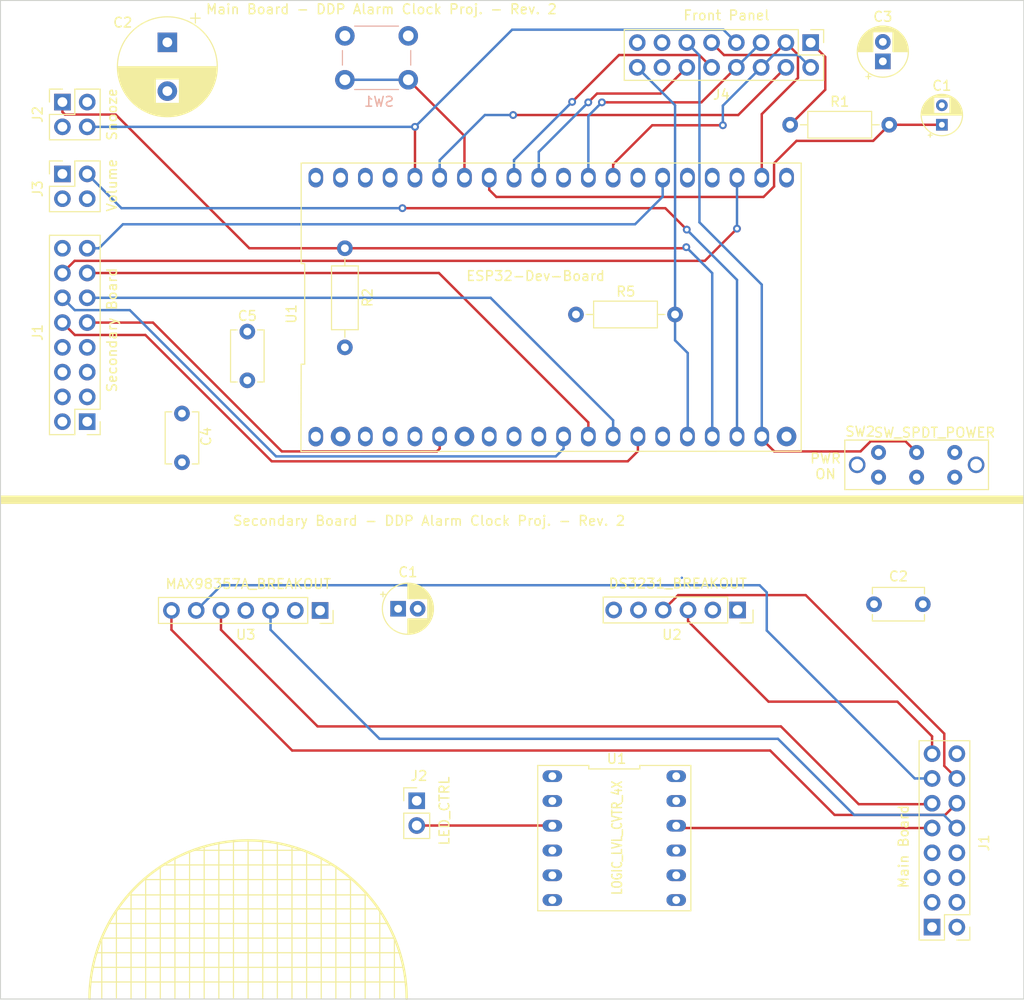
<source format=kicad_pcb>
(kicad_pcb (version 20171130) (host pcbnew "(5.1.5)-3")
  (layers (0 F.Cu signal) (1 PWR power hide) (2 GND power hide) (31 B.Cu signal) (34 B.Paste user) (35 F.Paste user) (36 B.SilkS user) (37 F.SilkS user) (38 B.Mask user) (39 F.Mask user) (44 Edge.Cuts user))
  (net 0 "")
  (net 1 GND)
  (net 2 "Net-(C1-Pad1)")
  (net 3 +5V)
  (net 4 +3V3)
  (net 5 /I2C_SDA)
  (net 6 /I2C_SCL)
  (net 7 /AUDIO_BCLK)
  (net 8 /AUDIO_LRC)
  (net 9 /AUDIO_DIN)
  (net 10 /AUDIO_SD)
  (net 11 /LED_CTRL)
  (net 12 /DIMMING)
  (net 13 /SNOOZE_SWITCH)
  (net 14 /VOLUME_SIG)
  (net 15 /T_IRQ)
  (net 16 /MISO)
  (net 17 /MOSI)
  (net 18 /T_CS)
  (net 19 /SCK)
  (net 20 /DC)
  (net 21 /RESET)
  (net 22 /CS)
  (net 23 /LIGHT_SENSE)
  (net 24 "Net-(SW1-Pad1)")
  (net 25 "Net-(SW2-Pad1)")
  (net 26 "Net-(U1-Pad0)")
  (net 27 "Net-(U1-Pad35)")
  (net 28 "Net-(U1-Pad34)")
  (net 29 "Net-(U1-Pad6)")
  (net 30 "Net-(U1-Pad29)")
  (net 31 "Net-(U1-Pad11)")
  (net 32 "Net-(U1-Pad12)")
  (net 33 "Net-(U1-Pad13)")
  (net 34 "Net-(U1-Pad16)")
  (net 35 "Net-(U1-Pad22)")
  (net 36 "Net-(U1-Pad17)")
  (net 37 "Net-(U1-Pad21)")
  (net 38 "Net-(U1-Pad18)")
  (net 39 "Net-(U1-Pad20)")
  (net 40 /LED_CTRL_5V)
  (net 41 "Net-(U1-Pad7)")
  (net 42 "Net-(U1-Pad5)")
  (net 43 "Net-(U1-Pad8)")
  (net 44 "Net-(U1-Pad4)")
  (net 45 "Net-(U1-Pad9)")
  (net 46 "Net-(U2-Pad6)")
  (net 47 "Net-(U2-Pad5)")
  (net 48 /AUDIO_SD_S)
  (net 49 /LED_CTRL_S)
  (net 50 /AUDIO_LRC_S)
  (net 51 /AUDIO_DIN_S)
  (net 52 /I2C_SCL_S)
  (net 53 /AUDIO_BCLK_S)
  (net 54 /I2C_SDA_S)
  (module Connector_PinSocket_2.54mm:PinSocket_1x07_P2.54mm_Vertical (layer F.Cu) (at 109.22 101.139001 90)
    (fp_text reference U3 (at -2.492999 7.62 180) (layer F.SilkS))
    (fp_text value MAX98357A_BREAKOUT (at 2.714001 7.874 180) (layer F.SilkS))
    (pad 7 thru_hole oval (at 0 0 270) (size 1.7 1.7) (drill 1) (layers *.Cu *.Mask) (net 50 /AUDIO_LRC_S))
    (pad 6 thru_hole oval (at 0 2.54 270) (size 1.7 1.7) (drill 1) (layers *.Cu *.Mask) (net 53 /AUDIO_BCLK_S))
    (pad 5 thru_hole oval (at 0 5.08 270) (size 1.7 1.7) (drill 1) (layers *.Cu *.Mask) (net 51 /AUDIO_DIN_S))
    (pad 4 thru_hole oval (at 0 7.62 270) (size 1.7 1.7) (drill 1) (layers *.Cu *.Mask) (net 4 +3V3))
    (pad 3 thru_hole oval (at 0 10.16 270) (size 1.7 1.7) (drill 1) (layers *.Cu *.Mask) (net 48 /AUDIO_SD_S))
    (pad 2 thru_hole oval (at 0 12.7 270) (size 1.7 1.7) (drill 1) (layers *.Cu *.Mask) (net 1 GND))
    (pad 1 thru_hole rect (at 0 15.24 270) (size 1.7 1.7) (drill 1) (layers *.Cu *.Mask) (net 4 +3V3))
  )
  (module Connector_PinSocket_2.54mm:PinSocket_1x06_P2.54mm_Vertical (layer F.Cu) (at 154.813 101.092 90)
    (fp_text reference U2 (at -2.54 5.715 180) (layer F.SilkS))
    (fp_text value DS3231_BREAKOUT (at 2.714001 6.313999) (layer F.SilkS))
    (pad 6 thru_hole oval (at 0 -0.254 270) (size 1.7 1.7) (drill 1) (layers *.Cu *.Mask) (net 46 "Net-(U2-Pad6)"))
    (pad 5 thru_hole oval (at 0 2.286 270) (size 1.7 1.7) (drill 1) (layers *.Cu *.Mask) (net 47 "Net-(U2-Pad5)"))
    (pad 4 thru_hole oval (at 0 4.826 270) (size 1.7 1.7) (drill 1) (layers *.Cu *.Mask) (net 52 /I2C_SCL_S))
    (pad 3 thru_hole oval (at 0 7.366 270) (size 1.7 1.7) (drill 1) (layers *.Cu *.Mask) (net 54 /I2C_SDA_S))
    (pad 2 thru_hole oval (at 0 9.906 270) (size 1.7 1.7) (drill 1) (layers *.Cu *.Mask) (net 4 +3V3))
    (pad 1 thru_hole rect (at 0 12.446 270) (size 1.7 1.7) (drill 1) (layers *.Cu *.Mask) (net 1 GND))
  )
  (module Connector_PinHeader_2.54mm:PinHeader_2x08_P2.54mm_Vertical (layer F.Cu) (at 100.584 81.788 180)
    (fp_text reference J1 (at 5.08 9.144 90) (layer F.SilkS))
    (fp_text value "Secondary Board" (at -2.54 9.398 90) (layer F.SilkS))
    (pad 16 thru_hole oval (at 2.54 17.78 180) (size 1.7 1.7) (drill 1) (layers *.Cu *.Mask))
    (pad 15 thru_hole oval (at 0 17.78 180) (size 1.7 1.7) (drill 1) (layers *.Cu *.Mask) (net 5 /I2C_SDA))
    (pad 14 thru_hole oval (at 2.54 15.24 180) (size 1.7 1.7) (drill 1) (layers *.Cu *.Mask) (net 6 /I2C_SCL))
    (pad 13 thru_hole oval (at 0 15.24 180) (size 1.7 1.7) (drill 1) (layers *.Cu *.Mask) (net 7 /AUDIO_BCLK))
    (pad 12 thru_hole oval (at 2.54 12.7 180) (size 1.7 1.7) (drill 1) (layers *.Cu *.Mask) (net 8 /AUDIO_LRC))
    (pad 11 thru_hole oval (at 0 12.7 180) (size 1.7 1.7) (drill 1) (layers *.Cu *.Mask) (net 9 /AUDIO_DIN))
    (pad 10 thru_hole oval (at 2.54 10.16 180) (size 1.7 1.7) (drill 1) (layers *.Cu *.Mask) (net 10 /AUDIO_SD))
    (pad 9 thru_hole oval (at 0 10.16 180) (size 1.7 1.7) (drill 1) (layers *.Cu *.Mask) (net 11 /LED_CTRL))
    (pad 8 thru_hole oval (at 2.54 7.62 180) (size 1.7 1.7) (drill 1) (layers *.Cu *.Mask) (net 4 +3V3))
    (pad 7 thru_hole oval (at 0 7.62 180) (size 1.7 1.7) (drill 1) (layers *.Cu *.Mask) (net 4 +3V3))
    (pad 6 thru_hole oval (at 2.54 5.08 180) (size 1.7 1.7) (drill 1) (layers *.Cu *.Mask) (net 1 GND))
    (pad 5 thru_hole oval (at 0 5.08 180) (size 1.7 1.7) (drill 1) (layers *.Cu *.Mask) (net 1 GND))
    (pad 4 thru_hole oval (at 2.54 2.54 180) (size 1.7 1.7) (drill 1) (layers *.Cu *.Mask) (net 3 +5V))
    (pad 3 thru_hole oval (at 0 2.54 180) (size 1.7 1.7) (drill 1) (layers *.Cu *.Mask) (net 3 +5V))
    (pad 2 thru_hole oval (at 2.54 0 180) (size 1.7 1.7) (drill 1) (layers *.Cu *.Mask) (net 1 GND))
    (pad 1 thru_hole rect (at 0 0 180) (size 1.7 1.7) (drill 1) (layers *.Cu *.Mask) (net 1 GND))
  )
  (module AlarmClock:ESP32_DEV_BOARD (layer F.Cu) (at 122.75 55.5)
    (fp_text reference U1 (at -1.23 15.24 90) (layer F.SilkS))
    (fp_text value ESP32-Dev-Board (at 23.8 11.35) (layer F.SilkS))
    (pad 0 thru_hole oval (at 1.27 1.27) (size 1.5 2) (drill 1.02) (layers *.Cu *.Mask) (net 26 "Net-(U1-Pad0)"))
    (pad 0 thru_hole oval (at 1.27 27.82) (size 1.5 2) (drill 1.02) (layers *.Cu *.Mask) (net 26 "Net-(U1-Pad0)"))
    (pad 38 thru_hole oval (at 49.53 1.27 180) (size 1.5 2) (drill 1.02) (layers *.Cu *.Mask) (net 1 GND))
    (pad 1 thru_hole circle (at 49.53 27.806 180) (size 2 2) (drill 1.02) (layers *.Cu *.Mask) (net 4 +3V3))
    (pad 37 thru_hole oval (at 46.99 1.27 180) (size 1.5 2) (drill 1.02) (layers *.Cu *.Mask) (net 17 /MOSI))
    (pad 2 thru_hole oval (at 46.99 27.806 180) (size 1.5 2) (drill 1.02) (layers *.Cu *.Mask) (net 21 /RESET))
    (pad 36 thru_hole oval (at 44.45 1.27 180) (size 1.5 2) (drill 1.02) (layers *.Cu *.Mask) (net 6 /I2C_SCL))
    (pad 3 thru_hole oval (at 44.45 27.806 180) (size 1.5 2) (drill 1.02) (layers *.Cu *.Mask) (net 14 /VOLUME_SIG))
    (pad 35 thru_hole oval (at 41.91 1.27 180) (size 1.5 2) (drill 1.02) (layers *.Cu *.Mask) (net 27 "Net-(U1-Pad35)"))
    (pad 4 thru_hole oval (at 41.91 27.806 180) (size 1.5 2) (drill 1.02) (layers *.Cu *.Mask) (net 13 /SNOOZE_SWITCH))
    (pad 34 thru_hole oval (at 39.37 1.27 180) (size 1.5 2) (drill 1.02) (layers *.Cu *.Mask) (net 28 "Net-(U1-Pad34)"))
    (pad 5 thru_hole oval (at 39.37 27.806 180) (size 1.5 2) (drill 1.02) (layers *.Cu *.Mask) (net 23 /LIGHT_SENSE))
    (pad 33 thru_hole oval (at 36.83 1.27 180) (size 1.5 2) (drill 1.02) (layers *.Cu *.Mask) (net 5 /I2C_SDA))
    (pad 6 thru_hole oval (at 36.83 27.806 180) (size 1.5 2) (drill 1.02) (layers *.Cu *.Mask) (net 29 "Net-(U1-Pad6)"))
    (pad 32 thru_hole oval (at 34.29 1.27 180) (size 1.5 2) (drill 1.02) (layers *.Cu *.Mask) (net 1 GND))
    (pad 7 thru_hole oval (at 34.29 27.806 180) (size 1.5 2) (drill 1.02) (layers *.Cu *.Mask) (net 10 /AUDIO_SD))
    (pad 31 thru_hole oval (at 31.75 1.27 180) (size 1.5 2) (drill 1.02) (layers *.Cu *.Mask) (net 16 /MISO))
    (pad 8 thru_hole oval (at 31.75 27.806 180) (size 1.5 2) (drill 1.02) (layers *.Cu *.Mask) (net 9 /AUDIO_DIN))
    (pad 30 thru_hole oval (at 29.21 1.27 180) (size 1.5 2) (drill 1.02) (layers *.Cu *.Mask) (net 19 /SCK))
    (pad 9 thru_hole oval (at 29.21 27.806 180) (size 1.5 2) (drill 1.02) (layers *.Cu *.Mask) (net 7 /AUDIO_BCLK))
    (pad 29 thru_hole oval (at 26.67 1.27 180) (size 1.5 2) (drill 1.02) (layers *.Cu *.Mask) (net 30 "Net-(U1-Pad29)"))
    (pad 10 thru_hole oval (at 26.67 27.806 180) (size 1.5 2) (drill 1.02) (layers *.Cu *.Mask) (net 8 /AUDIO_LRC))
    (pad 28 thru_hole oval (at 24.13 1.27 180) (size 1.5 2) (drill 1.02) (layers *.Cu *.Mask) (net 22 /CS))
    (pad 11 thru_hole oval (at 24.13 27.806 180) (size 1.5 2) (drill 1.02) (layers *.Cu *.Mask) (net 31 "Net-(U1-Pad11)"))
    (pad 27 thru_hole oval (at 21.59 1.27 180) (size 1.5 2) (drill 1.02) (layers *.Cu *.Mask) (net 20 /DC))
    (pad 12 thru_hole oval (at 21.59 27.806 180) (size 1.5 2) (drill 1.02) (layers *.Cu *.Mask) (net 32 "Net-(U1-Pad12)"))
    (pad 26 thru_hole oval (at 19.05 1.27 180) (size 1.5 2) (drill 1.02) (layers *.Cu *.Mask) (net 2 "Net-(C1-Pad1)"))
    (pad 13 thru_hole oval (at 19.05 27.806 180) (size 1.5 2) (drill 1.02) (layers *.Cu *.Mask) (net 33 "Net-(U1-Pad13)"))
    (pad 25 thru_hole oval (at 16.51 1.27 180) (size 1.5 2) (drill 1.02) (layers *.Cu *.Mask) (net 24 "Net-(SW1-Pad1)"))
    (pad 14 thru_hole circle (at 16.51 27.806 180) (size 2 2) (drill 1.02) (layers *.Cu *.Mask) (net 1 GND))
    (pad 24 thru_hole oval (at 13.97 1.27 180) (size 1.5 2) (drill 1.02) (layers *.Cu *.Mask) (net 18 /T_CS))
    (pad 15 thru_hole oval (at 13.97 27.806 180) (size 1.5 2) (drill 1.02) (layers *.Cu *.Mask) (net 11 /LED_CTRL))
    (pad 23 thru_hole oval (at 11.43 1.27 180) (size 1.5 2) (drill 1.02) (layers *.Cu *.Mask) (net 12 /DIMMING))
    (pad 16 thru_hole oval (at 11.43 27.806 180) (size 1.5 2) (drill 1.02) (layers *.Cu *.Mask) (net 34 "Net-(U1-Pad16)"))
    (pad 22 thru_hole oval (at 8.89 1.27 180) (size 1.5 2) (drill 1.02) (layers *.Cu *.Mask) (net 35 "Net-(U1-Pad22)"))
    (pad 17 thru_hole oval (at 8.89 27.806 180) (size 1.5 2) (drill 1.02) (layers *.Cu *.Mask) (net 36 "Net-(U1-Pad17)"))
    (pad 21 thru_hole oval (at 6.35 1.27 180) (size 1.5 2) (drill 1.02) (layers *.Cu *.Mask) (net 37 "Net-(U1-Pad21)"))
    (pad 18 thru_hole oval (at 6.35 27.806 180) (size 1.5 2) (drill 1.02) (layers *.Cu *.Mask) (net 38 "Net-(U1-Pad18)"))
    (pad 20 thru_hole oval (at 3.81 1.27 180) (size 1.5 2) (drill 1.02) (layers *.Cu *.Mask) (net 39 "Net-(U1-Pad20)"))
    (pad 19 thru_hole circle (at 3.81 27.806 180) (size 2 2) (drill 1.02) (layers *.Cu *.Mask) (net 3 +5V))
  )
  (module MountingHole:MountingHole_2.7mm_M2.5 (layer F.Cu) (at 190.6 93.75)
    (fp_text reference REF** hide)
    (fp_text value MountingHole_2.7mm_M2.5 hide)
    (pad 1 np_thru_hole circle (at 0 0) (size 2.7 2.7) (drill 2.7) (layers *.Cu *.Mask))
  )
  (module MountingHole:MountingHole_2.7mm_M2.5 (layer F.Cu) (at 183.2 137.8)
    (fp_text reference REF** hide)
    (fp_text value MountingHole_2.7mm_M2.5 hide)
    (pad 1 np_thru_hole circle (at 0 0) (size 2.7 2.7) (drill 2.7) (layers *.Cu *.Mask))
  )
  (module MountingHole:MountingHole_2.7mm_M2.5 (layer F.Cu) (at 97.6 137.8)
    (fp_text reference REF** hide)
    (fp_text value MountingHole_2.7mm_M2.5 hide)
    (pad 1 np_thru_hole circle (at 0 0) (size 2.7 2.7) (drill 2.7) (layers *.Cu *.Mask))
  )
  (module MountingHole:MountingHole_2.7mm_M2.5 (layer F.Cu) (at 190.6 41.8)
    (fp_text reference REF** hide)
    (fp_text value MountingHole_2.7mm_M2.5 hide)
    (pad 1 np_thru_hole circle (at 0 0) (size 2.7 2.7) (drill 2.7) (layers *.Cu *.Mask))
  )
  (module MountingHole:MountingHole_2.7mm_M2.5 (layer F.Cu) (at 190.6 79.25)
    (fp_text reference REF** hide)
    (fp_text value MountingHole_2.7mm_M2.5 hide)
    (pad 1 np_thru_hole circle (at 0 0) (size 2.7 2.7) (drill 2.7) (layers *.Cu *.Mask))
  )
  (module MountingHole:MountingHole_2.7mm_M2.5 (layer F.Cu) (at 97.5 93.75)
    (fp_text reference REF** hide)
    (fp_text value MountingHole_2.7mm_M2.5 hide)
    (pad 1 np_thru_hole circle (at 0 0) (size 2.7 2.7) (drill 2.7) (layers *.Cu *.Mask))
  )
  (module MountingHole:MountingHole_2.7mm_M2.5 (layer F.Cu) (at 104.6 85.8)
    (fp_text reference REF** hide)
    (fp_text value MountingHole_2.7mm_M2.5 hide)
    (pad 1 np_thru_hole circle (at 0 0) (size 2.7 2.7) (drill 2.7) (layers *.Cu *.Mask))
  )
  (module MountingHole:MountingHole_2.7mm_M2.5 (layer F.Cu) (at 97.6 41.8)
    (fp_text reference REF** hide)
    (fp_text value MountingHole_2.7mm_M2.5 hide)
    (pad 1 np_thru_hole circle (at 0 0) (size 2.7 2.7) (drill 2.7) (layers *.Cu *.Mask))
  )
  (module AlarmClock:SW_SK22H03_2P2T_RA (layer F.Cu) (at 178.25 88.75)
    (fp_text reference SW2 (at 1.582 -5.946) (layer F.SilkS))
    (fp_text value SW_SPDT_POWER (at 9.202 -5.842) (layer F.SilkS))
    (pad 4 thru_hole circle (at 3.46 -1.27) (size 1.524 1.524) (drill 0.762) (layers *.Cu *.Mask))
    (pad 5 thru_hole circle (at 7.366 -1.27) (size 1.524 1.524) (drill 0.762) (layers *.Cu *.Mask))
    (pad 6 thru_hole circle (at 11.272 -1.27) (size 1.524 1.524) (drill 0.762) (layers *.Cu *.Mask))
    (pad 1 thru_hole circle (at 3.46 -3.81) (size 1.524 1.524) (drill 0.762) (layers *.Cu *.Mask) (net 25 "Net-(SW2-Pad1)"))
    (pad 3 thru_hole circle (at 11.272 -3.81) (size 1.524 1.524) (drill 0.762) (layers *.Cu *.Mask) (net 1 GND))
    (pad 2 thru_hole circle (at 7.366 -3.81) (size 1.524 1.524) (drill 0.762) (layers *.Cu *.Mask) (net 21 /RESET))
    (pad "" np_thru_hole circle (at 1.27 -2.54) (size 1.7 1.7) (drill 1.2) (layers *.Cu *.Mask))
    (pad "" np_thru_hole circle (at 13.462 -2.54) (size 1.7 1.7) (drill 1.2) (layers *.Cu *.Mask))
  )
  (module Button_Switch_THT:SW_PUSH_6mm (layer B.Cu) (at 127 46.736)
    (fp_text reference SW1 (at 3.5 2.25) (layer B.SilkS) (effects (justify mirror)))
    (fp_text value SW_Push_BOOT)
    (pad 1 thru_hole circle (at 6.5 0 270) (size 2 2) (drill 1.1) (layers *.Cu *.Mask) (net 24 "Net-(SW1-Pad1)"))
    (pad 2 thru_hole circle (at 6.5 -4.5 270) (size 2 2) (drill 1.1) (layers *.Cu *.Mask) (net 1 GND))
    (pad 1 thru_hole circle (at 0 0 270) (size 2 2) (drill 1.1) (layers *.Cu *.Mask) (net 24 "Net-(SW1-Pad1)"))
    (pad 2 thru_hole circle (at 0 -4.5 270) (size 2 2) (drill 1.1) (layers *.Cu *.Mask) (net 1 GND))
  )
  (module Resistor_THT:R_Axial_DIN0207_L6.3mm_D2.5mm_P10.16mm_Horizontal (layer F.Cu) (at 127 74.168 90)
    (fp_text reference R2 (at 5.102 2.324 90) (layer F.SilkS))
    (fp_text value 5K)
    (pad 1 thru_hole circle (at 0 0 90) (size 1.6 1.6) (drill 0.8) (layers *.Cu *.Mask) (net 4 +3V3))
    (pad 2 thru_hole oval (at 10.16 0 90) (size 1.6 1.6) (drill 0.8) (layers *.Cu *.Mask) (net 13 /SNOOZE_SWITCH))
  )
  (module Connector_PinHeader_2.54mm:PinHeader_2x02_P2.54mm_Vertical (layer F.Cu) (at 98.044 49.022)
    (fp_text reference J2 (at -2.54 1.27 90) (layer F.SilkS))
    (fp_text value Snooze (at 5.08 1.27 90) (layer F.SilkS))
    (pad 4 thru_hole oval (at 2.54 2.54) (size 1.7 1.7) (drill 1) (layers *.Cu *.Mask) (net 12 /DIMMING))
    (pad 3 thru_hole oval (at 0 2.54) (size 1.7 1.7) (drill 1) (layers *.Cu *.Mask) (net 1 GND))
    (pad 2 thru_hole oval (at 2.54 0) (size 1.7 1.7) (drill 1) (layers *.Cu *.Mask) (net 1 GND))
    (pad 1 thru_hole rect (at 0 0) (size 1.7 1.7) (drill 1) (layers *.Cu *.Mask) (net 13 /SNOOZE_SWITCH))
  )
  (module Capacitor_THT:CP_Radial_D10.0mm_P5.00mm (layer F.Cu) (at 108.8 42.9 270)
    (fp_text reference C2 (at -2.032 4.572 180) (layer F.SilkS))
    (fp_text value CP_1000uF)
    (pad 2 thru_hole circle (at 5 0 270) (size 2 2) (drill 1) (layers *.Cu *.Mask) (net 1 GND))
    (pad 1 thru_hole rect (at 0 0 270) (size 2 2) (drill 1) (layers *.Cu *.Mask) (net 3 +5V))
  )
  (module Connector_PinHeader_2.54mm:PinHeader_2x08_P2.54mm_Vertical (layer F.Cu) (at 174.752 42.926 270)
    (fp_text reference J4 (at 5.334 9.144 180) (layer F.SilkS))
    (fp_text value "Front Panel" (at -2.794 8.636 180) (layer F.SilkS))
    (pad 1 thru_hole rect (at 0 0 270) (size 1.7 1.7) (drill 1) (layers *.Cu *.Mask) (net 15 /T_IRQ))
    (pad 2 thru_hole oval (at 2.54 0 270) (size 1.7 1.7) (drill 1) (layers *.Cu *.Mask) (net 16 /MISO))
    (pad 3 thru_hole oval (at 0 2.54 270) (size 1.7 1.7) (drill 1) (layers *.Cu *.Mask) (net 17 /MOSI))
    (pad 4 thru_hole oval (at 2.54 2.54 270) (size 1.7 1.7) (drill 1) (layers *.Cu *.Mask) (net 18 /T_CS))
    (pad 5 thru_hole oval (at 0 5.08 270) (size 1.7 1.7) (drill 1) (layers *.Cu *.Mask) (net 19 /SCK))
    (pad 6 thru_hole oval (at 2.54 5.08 270) (size 1.7 1.7) (drill 1) (layers *.Cu *.Mask) (net 16 /MISO))
    (pad 7 thru_hole oval (at 0 7.62 270) (size 1.7 1.7) (drill 1) (layers *.Cu *.Mask) (net 12 /DIMMING))
    (pad 8 thru_hole oval (at 2.54 7.62 270) (size 1.7 1.7) (drill 1) (layers *.Cu *.Mask) (net 19 /SCK))
    (pad 9 thru_hole oval (at 0 10.16 270) (size 1.7 1.7) (drill 1) (layers *.Cu *.Mask) (net 17 /MOSI))
    (pad 10 thru_hole oval (at 2.54 10.16 270) (size 1.7 1.7) (drill 1) (layers *.Cu *.Mask) (net 20 /DC))
    (pad 11 thru_hole oval (at 0 12.7 270) (size 1.7 1.7) (drill 1) (layers *.Cu *.Mask) (net 21 /RESET))
    (pad 12 thru_hole oval (at 2.54 12.7 270) (size 1.7 1.7) (drill 1) (layers *.Cu *.Mask) (net 22 /CS))
    (pad 13 thru_hole oval (at 0 15.24 270) (size 1.7 1.7) (drill 1) (layers *.Cu *.Mask) (net 1 GND))
    (pad 14 thru_hole oval (at 2.54 15.24 270) (size 1.7 1.7) (drill 1) (layers *.Cu *.Mask) (net 4 +3V3))
    (pad 15 thru_hole oval (at 0 17.78 270) (size 1.7 1.7) (drill 1) (layers *.Cu *.Mask) (net 4 +3V3))
    (pad 16 thru_hole oval (at 2.54 17.78 270) (size 1.7 1.7) (drill 1) (layers *.Cu *.Mask) (net 23 /LIGHT_SENSE))
  )
  (module Connector_PinHeader_2.54mm:PinHeader_2x02_P2.54mm_Vertical (layer F.Cu) (at 98.044 56.388)
    (fp_text reference J3 (at -2.54 1.524 90) (layer F.SilkS))
    (fp_text value Volume (at 5.08 1.166 90) (layer F.SilkS))
    (pad 1 thru_hole rect (at 0 0) (size 1.7 1.7) (drill 1) (layers *.Cu *.Mask) (net 4 +3V3))
    (pad 2 thru_hole oval (at 2.54 0) (size 1.7 1.7) (drill 1) (layers *.Cu *.Mask) (net 14 /VOLUME_SIG))
    (pad 3 thru_hole oval (at 0 2.54) (size 1.7 1.7) (drill 1) (layers *.Cu *.Mask) (net 1 GND))
    (pad 4 thru_hole oval (at 2.54 2.54) (size 1.7 1.7) (drill 1) (layers *.Cu *.Mask))
  )
  (module Resistor_THT:R_Axial_DIN0207_L6.3mm_D2.5mm_P10.16mm_Horizontal (layer F.Cu) (at 172.65 51.35)
    (fp_text reference R1 (at 5.08 -2.37) (layer F.SilkS))
    (fp_text value R_5k)
    (pad 2 thru_hole oval (at 10.16 0) (size 1.6 1.6) (drill 0.8) (layers *.Cu *.Mask) (net 2 "Net-(C1-Pad1)"))
    (pad 1 thru_hole circle (at 0 0) (size 1.6 1.6) (drill 0.8) (layers *.Cu *.Mask) (net 15 /T_IRQ))
  )
  (module Capacitor_THT:CP_Radial_D4.0mm_P2.00mm (layer F.Cu) (at 188.2 51.35 90)
    (fp_text reference C1 (at 4 0) (layer F.SilkS))
    (fp_text value CP_.1Uf)
    (pad 2 thru_hole circle (at 2 0 90) (size 1.2 1.2) (drill 0.6) (layers *.Cu *.Mask) (net 1 GND))
    (pad 1 thru_hole rect (at 0 0 90) (size 1.2 1.2) (drill 0.6) (layers *.Cu *.Mask) (net 2 "Net-(C1-Pad1)"))
  )
  (module Resistor_THT:R_Axial_DIN0207_L6.3mm_D2.5mm_P10.16mm_Horizontal (layer F.Cu) (at 160.85 70.8 180)
    (fp_text reference R5 (at 5.05 2.35) (layer F.SilkS))
    (fp_text value R_51K)
    (pad 2 thru_hole oval (at 10.16 0 180) (size 1.6 1.6) (drill 0.8) (layers *.Cu *.Mask) (net 1 GND))
    (pad 1 thru_hole circle (at 0 0 180) (size 1.6 1.6) (drill 0.8) (layers *.Cu *.Mask) (net 23 /LIGHT_SENSE))
  )
  (module Capacitor_THT:CP_Radial_D5.0mm_P2.00mm (layer F.Cu) (at 182.15 44.85 90)
    (fp_text reference C3 (at 4.572 0 180) (layer F.SilkS))
    (fp_text value CP_220uF)
    (pad 2 thru_hole circle (at 2 0 90) (size 1.6 1.6) (drill 0.8) (layers *.Cu *.Mask) (net 1 GND))
    (pad 1 thru_hole rect (at 0 0 90) (size 1.6 1.6) (drill 0.8) (layers *.Cu *.Mask) (net 4 +3V3))
  )
  (module Connector_PinHeader_2.54mm:PinHeader_1x02_P2.54mm_Vertical (layer F.Cu) (at 134.366 120.65)
    (fp_text reference J2 (at 0.234 -2.55) (layer F.SilkS))
    (fp_text value LED_CTRL (at 2.834 1.05 90) (layer F.SilkS))
    (pad 2 thru_hole oval (at 0 2.54) (size 1.7 1.7) (drill 1) (layers *.Cu *.Mask) (net 40 /LED_CTRL_5V))
    (pad 1 thru_hole rect (at 0 0) (size 1.7 1.7) (drill 1) (layers *.Cu *.Mask) (net 1 GND))
  )
  (module AlarmClock:PinHeader_2x08_P2.54mm_Vertical_REV (layer F.Cu) (at 189.738 133.604 180)
    (fp_text reference J1 (at -2.794 8.636 90) (layer F.SilkS))
    (fp_text value "Main Board" (at 5.461 8.255 90) (layer F.SilkS))
    (pad 2 thru_hole circle (at 0 0 180) (size 1.7 1.7) (drill 1) (layers *.Cu *.Mask) (net 1 GND))
    (pad 1 thru_hole rect (at 2.54 0 180) (size 1.7 1.7) (drill 1) (layers *.Cu *.Mask) (net 1 GND))
    (pad 4 thru_hole oval (at 0 2.54 180) (size 1.7 1.7) (drill 1) (layers *.Cu *.Mask) (net 3 +5V))
    (pad 3 thru_hole oval (at 2.54 2.54 180) (size 1.7 1.7) (drill 1) (layers *.Cu *.Mask) (net 3 +5V))
    (pad 6 thru_hole oval (at 0 5.08 180) (size 1.7 1.7) (drill 1) (layers *.Cu *.Mask) (net 1 GND))
    (pad 5 thru_hole oval (at 2.54 5.08 180) (size 1.7 1.7) (drill 1) (layers *.Cu *.Mask) (net 1 GND))
    (pad 8 thru_hole oval (at 0 7.62 180) (size 1.7 1.7) (drill 1) (layers *.Cu *.Mask) (net 4 +3V3))
    (pad 7 thru_hole oval (at 2.54 7.62 180) (size 1.7 1.7) (drill 1) (layers *.Cu *.Mask) (net 4 +3V3))
    (pad 10 thru_hole oval (at 0 10.16 180) (size 1.7 1.7) (drill 1) (layers *.Cu *.Mask) (net 48 /AUDIO_SD_S))
    (pad 9 thru_hole oval (at 2.54 10.16 180) (size 1.7 1.7) (drill 1) (layers *.Cu *.Mask) (net 49 /LED_CTRL_S))
    (pad 12 thru_hole oval (at 0 12.7 180) (size 1.7 1.7) (drill 1) (layers *.Cu *.Mask) (net 50 /AUDIO_LRC_S))
    (pad 11 thru_hole oval (at 2.54 12.7 180) (size 1.7 1.7) (drill 1) (layers *.Cu *.Mask) (net 51 /AUDIO_DIN_S))
    (pad 14 thru_hole oval (at 0 15.24 180) (size 1.7 1.7) (drill 1) (layers *.Cu *.Mask) (net 52 /I2C_SCL_S))
    (pad 13 thru_hole oval (at 2.54 15.24 180) (size 1.7 1.7) (drill 1) (layers *.Cu *.Mask) (net 53 /AUDIO_BCLK_S))
    (pad 16 thru_hole oval (at 0 17.78 180) (size 1.7 1.7) (drill 1) (layers *.Cu *.Mask))
    (pad 15 thru_hole oval (at 2.54 17.78 180) (size 1.7 1.7) (drill 1) (layers *.Cu *.Mask) (net 54 /I2C_SDA_S))
  )
  (module AlarmClock:LOGIC_LVL_CVTR_X4 (layer F.Cu) (at 147 132.1)
    (fp_text reference U1 (at 7.85 -15.75) (layer F.SilkS))
    (fp_text value LOGIC_LVL_CVTR_4X (at 7.9 -7.65 90) (layer F.SilkS) (effects (font (size 1 0.8))))
    (pad 6 thru_hole oval (at 1.27 -1.27 270) (size 1.2 2) (drill 0.8) (layers *.Cu *.Mask) (net 29 "Net-(U1-Pad6)"))
    (pad 7 thru_hole oval (at 13.97 -1.27 270) (size 1.2 2) (drill 0.8) (layers *.Cu *.Mask) (net 41 "Net-(U1-Pad7)"))
    (pad 5 thru_hole oval (at 1.27 -3.81 270) (size 1.2 2) (drill 0.8) (layers *.Cu *.Mask) (net 42 "Net-(U1-Pad5)"))
    (pad 8 thru_hole oval (at 13.97 -3.81 270) (size 1.2 2) (drill 0.8) (layers *.Cu *.Mask) (net 43 "Net-(U1-Pad8)"))
    (pad 4 thru_hole oval (at 1.27 -6.35 270) (size 1.2 2) (drill 0.8) (layers *.Cu *.Mask) (net 44 "Net-(U1-Pad4)"))
    (pad 9 thru_hole oval (at 13.97 -6.35 270) (size 1.2 2) (drill 0.8) (layers *.Cu *.Mask) (net 45 "Net-(U1-Pad9)"))
    (pad 3 thru_hole oval (at 1.27 -8.89 270) (size 1.2 2) (drill 0.8) (layers *.Cu *.Mask) (net 40 /LED_CTRL_5V))
    (pad 10 thru_hole oval (at 13.97 -8.89 270) (size 1.2 2) (drill 0.8) (layers *.Cu *.Mask) (net 49 /LED_CTRL_S))
    (pad 2 thru_hole oval (at 1.27 -11.43 270) (size 1.2 2) (drill 0.8) (layers *.Cu *.Mask) (net 1 GND))
    (pad 11 thru_hole oval (at 13.97 -11.43 270) (size 1.2 2) (drill 0.8) (layers *.Cu *.Mask) (net 1 GND))
    (pad 1 thru_hole oval (at 1.27 -13.97 270) (size 1.2 2) (drill 0.8) (layers *.Cu *.Mask) (net 3 +5V))
    (pad 12 thru_hole oval (at 13.97 -13.97 270) (size 1.2 2) (drill 0.8) (layers *.Cu *.Mask) (net 4 +3V3))
  )
  (module Capacitor_THT:CP_Radial_D5.0mm_P2.00mm (layer F.Cu) (at 132.461 100.965)
    (fp_text reference C1 (at 1 -3.75) (layer F.SilkS))
    (fp_text value 100uF)
    (pad 2 thru_hole circle (at 2 0) (size 1.6 1.6) (drill 0.8) (layers *.Cu *.Mask) (net 1 GND))
    (pad 1 thru_hole rect (at 0 0) (size 1.6 1.6) (drill 0.8) (layers *.Cu *.Mask) (net 4 +3V3))
  )
  (module Capacitor_THT:C_Disc_D5.1mm_W3.2mm_P5.00mm (layer F.Cu) (at 110.3 85.95 90)
    (fp_text reference C4 (at 2.638 2.476 270) (layer F.SilkS))
    (fp_text value 1uF)
    (pad 1 thru_hole circle (at 0 0 90) (size 1.6 1.6) (drill 0.8) (layers *.Cu *.Mask) (net 3 +5V))
    (pad 2 thru_hole circle (at 5 0 90) (size 1.6 1.6) (drill 0.8) (layers *.Cu *.Mask) (net 1 GND))
  )
  (module Capacitor_THT:C_Disc_D5.1mm_W3.2mm_P5.00mm (layer F.Cu) (at 117 77.55 90)
    (fp_text reference C5 (at 6.604 0 180) (layer F.SilkS))
    (fp_text value 1uF)
    (pad 1 thru_hole circle (at 0 0 90) (size 1.6 1.6) (drill 0.8) (layers *.Cu *.Mask) (net 4 +3V3))
    (pad 2 thru_hole circle (at 5 0 90) (size 1.6 1.6) (drill 0.8) (layers *.Cu *.Mask) (net 1 GND))
  )
  (module Capacitor_THT:C_Disc_D5.1mm_W3.2mm_P5.00mm (layer F.Cu) (at 181.25 100.5)
    (fp_text reference C2 (at 2.5 -2.85) (layer F.SilkS))
    (fp_text value 1uF)
    (pad 1 thru_hole circle (at 0 0) (size 1.6 1.6) (drill 0.8) (layers *.Cu *.Mask) (net 4 +3V3))
    (pad 2 thru_hole circle (at 5 0) (size 1.6 1.6) (drill 0.8) (layers *.Cu *.Mask) (net 1 GND))
  )
  (gr_text "PWR\nON" (at 176.276 86.36) (layer F.SilkS) (effects (font (size 1 1))))
  (gr_line (start 102.078 134.747) (end 102.078 140.97) (layer F.SilkS) (width 0.12))
  (gr_line (start 103.578 131.953) (end 103.578 140.97) (layer F.SilkS) (width 0.12))
  (gr_line (start 105.078 130.048) (end 105.078 140.97) (layer F.SilkS) (width 0.12))
  (gr_line (start 106.578 128.651) (end 106.578 140.97) (layer F.SilkS) (width 0.12))
  (gr_line (start 108.078 127.508) (end 108.078 140.97) (layer F.SilkS) (width 0.12))
  (gr_line (start 109.578 126.619) (end 109.578 140.97) (layer F.SilkS) (width 0.12))
  (gr_line (start 111.078 125.857) (end 111.078 140.97) (layer F.SilkS) (width 0.12))
  (gr_line (start 112.578 125.349) (end 112.578 140.97) (layer F.SilkS) (width 0.12))
  (gr_line (start 114.078 124.968) (end 114.078 140.97) (layer F.SilkS) (width 0.12))
  (gr_line (start 115.578 124.714) (end 115.578 140.97) (layer F.SilkS) (width 0.12))
  (gr_line (start 132.078 134.62) (end 132.078 140.97) (layer F.SilkS) (width 0.12))
  (gr_line (start 130.578 131.953) (end 130.578 140.97) (layer F.SilkS) (width 0.12))
  (gr_line (start 129.078 130.048) (end 129.078 140.97) (layer F.SilkS) (width 0.12))
  (gr_line (start 127.578 128.524) (end 127.578 140.97) (layer F.SilkS) (width 0.12))
  (gr_line (start 126.078 127.508) (end 126.078 140.97) (layer F.SilkS) (width 0.12))
  (gr_line (start 124.571 126.619) (end 124.578 140.97) (layer F.SilkS) (width 0.12))
  (gr_line (start 123.078 125.857) (end 123.078 140.97) (layer F.SilkS) (width 0.12))
  (gr_line (start 121.578 125.349) (end 121.578 140.97) (layer F.SilkS) (width 0.12))
  (gr_line (start 120.078 124.968) (end 120.078 140.97) (layer F.SilkS) (width 0.12))
  (gr_line (start 118.578 124.714) (end 118.578 140.97) (layer F.SilkS) (width 0.12))
  (gr_line (start 100.949 139.23) (end 133.207 139.23) (layer F.SilkS) (width 0.12))
  (gr_line (start 101.203 137.73) (end 132.953 137.73) (layer F.SilkS) (width 0.12))
  (gr_line (start 101.584 136.23) (end 132.572 136.23) (layer F.SilkS) (width 0.12))
  (gr_line (start 102.092 134.73) (end 132.064 134.73) (layer F.SilkS) (width 0.12))
  (gr_line (start 102.854 133.23) (end 131.302 133.23) (layer F.SilkS) (width 0.12))
  (gr_line (start 103.616 131.73) (end 130.54 131.73) (layer F.SilkS) (width 0.12))
  (gr_line (start 104.886 130.302) (end 129.27 130.302) (layer F.SilkS) (width 0.12))
  (gr_line (start 106.41 128.73) (end 127.746 128.73) (layer F.SilkS) (width 0.12))
  (gr_line (start 108.442 127.23) (end 125.714 127.23) (layer F.SilkS) (width 0.12))
  (gr_line (start 111.49 125.73) (end 122.666 125.73) (layer F.SilkS) (width 0.12))
  (gr_line (start 117.078 124.714) (end 117.078 140.97) (layer F.SilkS) (width 0.12))
  (gr_poly (pts (xy 196.596 90.17) (xy 91.694 90.17) (xy 91.694 89.408) (xy 196.596 89.408)) (layer F.SilkS) (width 0.1))
  (gr_line (start 196.596 89.408) (end 196.596 90.17) (layer Edge.Cuts) (width 0.1))
  (gr_line (start 91.694 89.408) (end 91.694 90.17) (layer Edge.Cuts) (width 0.1))
  (gr_line (start 91.694 89.408) (end 91.694 38.608) (layer Edge.Cuts) (width 0.1))
  (gr_line (start 196.596 38.608) (end 196.596 89.408) (layer Edge.Cuts) (width 0.1))
  (gr_line (start 91.694 38.608) (end 196.596 38.608) (layer Edge.Cuts) (width 0.1))
  (gr_text "Main Board - DDP Alarm Clock Proj. - Rev. 2" (at 130.75 39.5) (layer F.SilkS) (effects (font (size 1 1))))
  (gr_text "Secondary Board - DDP Alarm Clock Proj. - Rev. 2\n" (at 135.636 91.948) (layer F.SilkS) (effects (font (size 1 1))))
  (gr_line (start 196.596 140.97) (end 91.694 140.97) (layer Edge.Cuts) (width 0.1))
  (gr_line (start 91.694 140.97) (end 91.694 90.17) (layer Edge.Cuts) (width 0.1))
  (gr_line (start 196.596 90.17) (end 196.596 140.97) (layer Edge.Cuts) (width 0.1))
  (gr_arc (start 117.078 140.97) (end 133.334 140.97) (angle -180) (layer F.SilkS) (width 0.25))
  (segment (start 181.16 53) (end 182.81 51.35) (width 0.25) (layer F.Cu) (net 2))
  (segment (start 141.8 58.02) (end 142.53 58.75) (width 0.25) (layer F.Cu) (net 2))
  (segment (start 171 57.670273) (end 171 55.3) (width 0.25) (layer F.Cu) (net 2))
  (segment (start 141.8 56.77) (end 141.8 58.02) (width 0.25) (layer F.Cu) (net 2))
  (segment (start 171 55.3) (end 173.3 53) (width 0.25) (layer F.Cu) (net 2))
  (segment (start 169.920273 58.75) (end 171 57.670273) (width 0.25) (layer F.Cu) (net 2))
  (segment (start 173.3 53) (end 181.16 53) (width 0.25) (layer F.Cu) (net 2))
  (segment (start 142.53 58.75) (end 169.920273 58.75) (width 0.25) (layer F.Cu) (net 2))
  (segment (start 183.94137 51.35) (end 188.2 51.35) (width 0.25) (layer F.Cu) (net 2))
  (segment (start 182.81 51.35) (end 183.94137 51.35) (width 0.25) (layer F.Cu) (net 2))
  (segment (start 148.59 118.11) (end 148.336 118.11) (width 0.5) (layer B.Cu) (net 3))
  (segment (start 156.75 61.55) (end 159.58 58.72) (width 0.25) (layer B.Cu) (net 5))
  (segment (start 104.244081 61.55) (end 156.75 61.55) (width 0.25) (layer B.Cu) (net 5))
  (segment (start 159.58 58.72) (end 159.58 56.77) (width 0.25) (layer B.Cu) (net 5))
  (segment (start 100.584 64.008) (end 101.786081 64.008) (width 0.25) (layer B.Cu) (net 5))
  (segment (start 101.786081 64.008) (end 104.244081 61.55) (width 0.25) (layer B.Cu) (net 5))
  (segment (start 167.2 56.77) (end 167.2 62.000006) (width 0.25) (layer B.Cu) (net 6))
  (segment (start 163.900006 65.3) (end 166.800001 62.400005) (width 0.25) (layer F.Cu) (net 6))
  (segment (start 99.292 65.3) (end 163.900006 65.3) (width 0.25) (layer F.Cu) (net 6))
  (segment (start 166.800001 62.400005) (end 167.2 62.000006) (width 0.25) (layer F.Cu) (net 6))
  (segment (start 98.044 66.548) (end 99.292 65.3) (width 0.25) (layer F.Cu) (net 6))
  (via (at 167.2 62.000006) (size 0.8) (drill 0.4) (layers F.Cu B.Cu) (net 6))
  (segment (start 151.96 81.866) (end 151.96 83.306) (width 0.25) (layer F.Cu) (net 7))
  (segment (start 100.584 66.548) (end 136.642 66.548) (width 0.25) (layer F.Cu) (net 7))
  (segment (start 136.642 66.548) (end 151.96 81.866) (width 0.25) (layer F.Cu) (net 7))
  (segment (start 149.42 84.556) (end 149.42 83.306) (width 0.25) (layer B.Cu) (net 8))
  (segment (start 99.306 70.35) (end 104.95 70.35) (width 0.25) (layer B.Cu) (net 8))
  (segment (start 98.044 69.088) (end 99.306 70.35) (width 0.25) (layer B.Cu) (net 8))
  (segment (start 119.944 85.344) (end 148.632 85.344) (width 0.25) (layer B.Cu) (net 8))
  (segment (start 104.95 70.35) (end 119.944 85.344) (width 0.25) (layer B.Cu) (net 8))
  (segment (start 148.632 85.344) (end 149.42 84.556) (width 0.25) (layer B.Cu) (net 8))
  (segment (start 154.5 81.65) (end 154.5 83.306) (width 0.25) (layer B.Cu) (net 9))
  (segment (start 100.584 69.088) (end 141.938 69.088) (width 0.25) (layer B.Cu) (net 9))
  (segment (start 141.938 69.088) (end 154.5 81.65) (width 0.25) (layer B.Cu) (net 9))
  (segment (start 99.316 72.9) (end 106.55 72.9) (width 0.25) (layer F.Cu) (net 10))
  (segment (start 98.044 71.628) (end 99.316 72.9) (width 0.25) (layer F.Cu) (net 10))
  (segment (start 106.55 72.9) (end 119.502 85.852) (width 0.25) (layer F.Cu) (net 10))
  (segment (start 119.502 85.852) (end 155.998 85.852) (width 0.25) (layer F.Cu) (net 10))
  (segment (start 157.04 84.81) (end 157.04 83.306) (width 0.25) (layer F.Cu) (net 10))
  (segment (start 155.998 85.852) (end 157.04 84.81) (width 0.25) (layer F.Cu) (net 10))
  (segment (start 136.72 84.556) (end 136.72 83.306) (width 0.25) (layer F.Cu) (net 11))
  (segment (start 136.44 84.836) (end 136.72 84.556) (width 0.25) (layer F.Cu) (net 11))
  (segment (start 120.536 84.836) (end 136.44 84.836) (width 0.25) (layer F.Cu) (net 11))
  (segment (start 100.584 71.628) (end 107.328 71.628) (width 0.25) (layer F.Cu) (net 11))
  (segment (start 107.328 71.628) (end 120.536 84.836) (width 0.25) (layer F.Cu) (net 11))
  (segment (start 166.624 42.926) (end 167.724 42.926) (width 0.25) (layer F.Cu) (net 12))
  (segment (start 165.806 41.6) (end 167.132 42.926) (width 0.25) (layer B.Cu) (net 12))
  (segment (start 144.15 41.6) (end 165.806 41.6) (width 0.25) (layer B.Cu) (net 12))
  (segment (start 100.584 51.562) (end 134.188 51.562) (width 0.25) (layer B.Cu) (net 12))
  (segment (start 134.188 51.562) (end 144.15 41.6) (width 0.25) (layer B.Cu) (net 12))
  (segment (start 134.188 51.562) (end 134.188 51.562) (width 0.25) (layer B.Cu) (net 12))
  (via (at 134.188 51.562) (size 0.8) (drill 0.4) (layers F.Cu B.Cu) (net 12))
  (segment (start 134.188 56.762) (end 134.18 56.77) (width 0.25) (layer F.Cu) (net 12))
  (segment (start 134.188 51.562) (end 134.188 56.762) (width 0.25) (layer F.Cu) (net 12))
  (segment (start 98.044 49.022) (end 98.728 49.022) (width 0.25) (layer F.Cu) (net 13))
  (segment (start 127 64.008) (end 161.892 64.008) (width 0.25) (layer F.Cu) (net 13))
  (segment (start 161.892 64.008) (end 162 63.9) (width 0.25) (layer F.Cu) (net 13))
  (via (at 162 63.9) (size 0.8) (drill 0.4) (layers F.Cu B.Cu) (net 13))
  (segment (start 162.399999 64.299999) (end 162 63.9) (width 0.25) (layer B.Cu) (net 13))
  (segment (start 164.66 66.56) (end 162.399999 64.299999) (width 0.25) (layer B.Cu) (net 13))
  (segment (start 164.66 83.306) (end 164.66 66.56) (width 0.25) (layer B.Cu) (net 13))
  (segment (start 98.3 50.3) (end 98.044 50.044) (width 0.25) (layer F.Cu) (net 13))
  (segment (start 127 64.008) (end 117.208 64.008) (width 0.25) (layer F.Cu) (net 13))
  (segment (start 98.044 50.044) (end 98.044 49.022) (width 0.25) (layer F.Cu) (net 13))
  (segment (start 103.5 50.3) (end 98.3 50.3) (width 0.25) (layer F.Cu) (net 13))
  (segment (start 117.208 64.008) (end 103.5 50.3) (width 0.25) (layer F.Cu) (net 13))
  (via (at 132.9 59.9) (size 0.8) (drill 0.4) (layers F.Cu B.Cu) (net 14))
  (segment (start 132.9 59.9) (end 159.85 59.9) (width 0.25) (layer F.Cu) (net 14))
  (segment (start 167.2 83.306) (end 167.2 67.25) (width 0.25) (layer B.Cu) (net 14))
  (segment (start 167.2 67.25) (end 162.449999 62.499999) (width 0.25) (layer B.Cu) (net 14))
  (via (at 162.05 62.1) (size 0.8) (drill 0.4) (layers F.Cu B.Cu) (net 14))
  (segment (start 161.650001 61.700001) (end 162.05 62.1) (width 0.25) (layer F.Cu) (net 14))
  (segment (start 162.449999 62.499999) (end 162.05 62.1) (width 0.25) (layer B.Cu) (net 14))
  (segment (start 159.85 59.9) (end 161.650001 61.700001) (width 0.25) (layer F.Cu) (net 14))
  (segment (start 104.096 59.9) (end 100.584 56.388) (width 0.25) (layer B.Cu) (net 14))
  (segment (start 132.9 59.9) (end 104.096 59.9) (width 0.25) (layer B.Cu) (net 14))
  (segment (start 173.449999 50.550001) (end 172.65 51.35) (width 0.25) (layer F.Cu) (net 15))
  (segment (start 176.25 47.75) (end 173.449999 50.550001) (width 0.25) (layer F.Cu) (net 15))
  (segment (start 176.25 44.4) (end 176.25 47.75) (width 0.25) (layer F.Cu) (net 15))
  (segment (start 174.752 42.926) (end 174.776 42.926) (width 0.25) (layer F.Cu) (net 15))
  (segment (start 174.776 42.926) (end 176.25 44.4) (width 0.25) (layer F.Cu) (net 15))
  (via (at 165.75 51.4) (size 0.8) (drill 0.4) (layers F.Cu B.Cu) (net 16))
  (segment (start 165.75 49.388) (end 169.672 45.466) (width 0.25) (layer B.Cu) (net 16))
  (segment (start 165.75 51.4) (end 165.75 49.388) (width 0.25) (layer B.Cu) (net 16))
  (segment (start 170.521999 44.616001) (end 169.672 45.466) (width 0.25) (layer B.Cu) (net 16))
  (segment (start 170.938 44.2) (end 170.521999 44.616001) (width 0.25) (layer B.Cu) (net 16))
  (segment (start 174.752 45.466) (end 173.486 44.2) (width 0.25) (layer B.Cu) (net 16))
  (segment (start 173.486 44.2) (end 170.938 44.2) (width 0.25) (layer B.Cu) (net 16))
  (segment (start 158.51 51.4) (end 165.75 51.4) (width 0.25) (layer F.Cu) (net 16))
  (segment (start 154.5 56.77) (end 154.5 55.41) (width 0.25) (layer F.Cu) (net 16))
  (segment (start 154.5 55.41) (end 158.51 51.4) (width 0.25) (layer F.Cu) (net 16))
  (segment (start 169.74 50.26) (end 169.74 56.77) (width 0.25) (layer F.Cu) (net 17))
  (segment (start 173.45 46.55) (end 169.74 50.26) (width 0.25) (layer F.Cu) (net 17))
  (segment (start 172.212 42.926) (end 173.45 44.164) (width 0.25) (layer F.Cu) (net 17))
  (segment (start 173.45 44.164) (end 173.45 46.55) (width 0.25) (layer F.Cu) (net 17))
  (segment (start 165.866 44.2) (end 164.592 42.926) (width 0.25) (layer F.Cu) (net 17))
  (segment (start 172.212 42.926) (end 170.938 44.2) (width 0.25) (layer F.Cu) (net 17))
  (segment (start 170.938 44.2) (end 165.866 44.2) (width 0.25) (layer F.Cu) (net 17))
  (segment (start 167.328 50.35) (end 172.212 45.466) (width 0.25) (layer F.Cu) (net 18))
  (segment (start 144.25 50.35) (end 167.328 50.35) (width 0.25) (layer F.Cu) (net 18))
  (via (at 144.25 50.35) (size 0.8) (drill 0.4) (layers F.Cu B.Cu) (net 18))
  (segment (start 141.35 50.35) (end 144.25 50.35) (width 0.25) (layer B.Cu) (net 18))
  (segment (start 136.72 56.77) (end 136.72 54.98) (width 0.25) (layer B.Cu) (net 18))
  (segment (start 136.72 54.98) (end 141.35 50.35) (width 0.25) (layer B.Cu) (net 18))
  (segment (start 168.822001 43.775999) (end 167.132 45.466) (width 0.25) (layer B.Cu) (net 19))
  (segment (start 169.672 42.926) (end 168.822001 43.775999) (width 0.25) (layer B.Cu) (net 19))
  (segment (start 151.96 50.44) (end 152.950001 49.449999) (width 0.25) (layer B.Cu) (net 19))
  (segment (start 153.915685 49.05) (end 153.35 49.05) (width 0.25) (layer F.Cu) (net 19))
  (segment (start 152.950001 49.449999) (end 153.35 49.05) (width 0.25) (layer B.Cu) (net 19))
  (segment (start 167.132 45.466) (end 163.548 49.05) (width 0.25) (layer F.Cu) (net 19))
  (segment (start 163.548 49.05) (end 153.915685 49.05) (width 0.25) (layer F.Cu) (net 19))
  (via (at 153.35 49.05) (size 0.8) (drill 0.4) (layers F.Cu B.Cu) (net 19))
  (segment (start 151.96 56.77) (end 151.96 50.44) (width 0.25) (layer B.Cu) (net 19))
  (via (at 150.3 49.000004) (size 0.8) (drill 0.4) (layers F.Cu B.Cu) (net 20))
  (segment (start 164.592 45.466) (end 163.326 44.2) (width 0.25) (layer F.Cu) (net 20))
  (segment (start 163.326 44.2) (end 155.100004 44.2) (width 0.25) (layer F.Cu) (net 20))
  (segment (start 144.34 54.960004) (end 149.900001 49.400003) (width 0.25) (layer B.Cu) (net 20))
  (segment (start 149.900001 49.400003) (end 150.3 49.000004) (width 0.25) (layer B.Cu) (net 20))
  (segment (start 144.34 56.77) (end 144.34 54.960004) (width 0.25) (layer B.Cu) (net 20))
  (segment (start 150.699999 48.600005) (end 150.3 49.000004) (width 0.25) (layer F.Cu) (net 20))
  (segment (start 155.100004 44.2) (end 150.699999 48.600005) (width 0.25) (layer F.Cu) (net 20))
  (segment (start 169.74 67.74) (end 169.74 83.306) (width 0.25) (layer B.Cu) (net 21))
  (segment (start 163.35 61.35) (end 169.74 67.74) (width 0.25) (layer B.Cu) (net 21))
  (segment (start 162.052 42.926) (end 163.35 44.224) (width 0.25) (layer B.Cu) (net 21))
  (segment (start 163.35 44.224) (end 163.35 61.35) (width 0.25) (layer B.Cu) (net 21))
  (segment (start 184.854001 84.178001) (end 185.616 84.94) (width 0.25) (layer F.Cu) (net 21))
  (segment (start 184.476 83.8) (end 184.854001 84.178001) (width 0.25) (layer F.Cu) (net 21))
  (segment (start 169.74 83.556) (end 171.02 84.836) (width 0.25) (layer F.Cu) (net 21))
  (segment (start 169.74 83.306) (end 169.74 83.556) (width 0.25) (layer F.Cu) (net 21))
  (segment (start 171.02 84.836) (end 179.864 84.836) (width 0.25) (layer F.Cu) (net 21))
  (segment (start 179.864 84.836) (end 180.9 83.8) (width 0.25) (layer F.Cu) (net 21))
  (segment (start 180.9 83.8) (end 184.476 83.8) (width 0.25) (layer F.Cu) (net 21))
  (via (at 151.950008 49.05) (size 0.8) (drill 0.4) (layers F.Cu B.Cu) (net 22))
  (segment (start 162.052 45.466) (end 159.368 48.15) (width 0.25) (layer F.Cu) (net 22))
  (segment (start 146.88 56.77) (end 146.88 54.120008) (width 0.25) (layer B.Cu) (net 22))
  (segment (start 152.350007 48.650001) (end 151.950008 49.05) (width 0.25) (layer F.Cu) (net 22))
  (segment (start 159.368 48.15) (end 152.850008 48.15) (width 0.25) (layer F.Cu) (net 22))
  (segment (start 151.550009 49.449999) (end 151.950008 49.05) (width 0.25) (layer B.Cu) (net 22))
  (segment (start 146.88 54.120008) (end 151.550009 49.449999) (width 0.25) (layer B.Cu) (net 22))
  (segment (start 152.850008 48.15) (end 152.350007 48.650001) (width 0.25) (layer F.Cu) (net 22))
  (segment (start 162.15 83.276) (end 162.12 83.306) (width 0.25) (layer B.Cu) (net 23))
  (segment (start 162.15 74.75) (end 162.15 83.276) (width 0.25) (layer B.Cu) (net 23))
  (segment (start 160.85 73.45) (end 161.350001 73.950001) (width 0.25) (layer B.Cu) (net 23))
  (segment (start 156.972 45.466) (end 160.85 49.344) (width 0.25) (layer B.Cu) (net 23))
  (segment (start 161.350001 73.950001) (end 162.15 74.75) (width 0.25) (layer B.Cu) (net 23))
  (segment (start 160.85 49.344) (end 160.85 73.45) (width 0.25) (layer B.Cu) (net 23))
  (segment (start 128.414213 46.736) (end 133.5 46.736) (width 0.25) (layer B.Cu) (net 24))
  (segment (start 127 46.736) (end 128.414213 46.736) (width 0.25) (layer B.Cu) (net 24))
  (segment (start 139.26 52.496) (end 139.26 56.77) (width 0.25) (layer F.Cu) (net 24))
  (segment (start 133.5 46.736) (end 139.26 52.496) (width 0.25) (layer F.Cu) (net 24))
  (segment (start 148.336 123.19) (end 134.366 123.19) (width 0.25) (layer F.Cu) (net 40))
  (segment (start 119.38 103.124) (end 119.38 101.139001) (width 0.25) (layer B.Cu) (net 48))
  (segment (start 188.394 122.1) (end 179.2 122.1) (width 0.25) (layer B.Cu) (net 48))
  (segment (start 189.738 123.444) (end 188.394 122.1) (width 0.25) (layer B.Cu) (net 48))
  (segment (start 130.556 114.3) (end 119.38 103.124) (width 0.25) (layer B.Cu) (net 48))
  (segment (start 179.2 122.1) (end 171.4 114.3) (width 0.25) (layer B.Cu) (net 48))
  (segment (start 171.4 114.3) (end 130.556 114.3) (width 0.25) (layer B.Cu) (net 48))
  (segment (start 186.944 123.19) (end 187.198 123.444) (width 0.25) (layer F.Cu) (net 49))
  (segment (start 161.204 123.444) (end 160.97 123.21) (width 0.25) (layer F.Cu) (net 49))
  (segment (start 187.198 123.444) (end 161.204 123.444) (width 0.25) (layer F.Cu) (net 49))
  (segment (start 188.542 122.1) (end 177.2 122.1) (width 0.25) (layer F.Cu) (net 50))
  (segment (start 189.738 120.904) (end 188.542 122.1) (width 0.25) (layer F.Cu) (net 50))
  (segment (start 170.6 115.5) (end 121.596 115.5) (width 0.25) (layer F.Cu) (net 50))
  (segment (start 109.22 103.124) (end 109.22 101.139001) (width 0.25) (layer F.Cu) (net 50))
  (segment (start 177.2 122.1) (end 170.6 115.5) (width 0.25) (layer F.Cu) (net 50))
  (segment (start 121.596 115.5) (end 109.22 103.124) (width 0.25) (layer F.Cu) (net 50))
  (segment (start 114.3 103.124) (end 114.3 101.139001) (width 0.25) (layer F.Cu) (net 51))
  (segment (start 124.206 113.03) (end 114.3 103.124) (width 0.25) (layer F.Cu) (net 51))
  (segment (start 187.102 121) (end 179.674 121) (width 0.25) (layer F.Cu) (net 51))
  (segment (start 187.198 120.904) (end 187.102 121) (width 0.25) (layer F.Cu) (net 51))
  (segment (start 179.674 121) (end 171.704 113.03) (width 0.25) (layer F.Cu) (net 51))
  (segment (start 171.704 113.03) (end 124.206 113.03) (width 0.25) (layer F.Cu) (net 51))
  (segment (start 160.488999 100.242001) (end 159.639 101.092) (width 0.25) (layer F.Cu) (net 52))
  (segment (start 188.45 117.076) (end 188.45 113.774) (width 0.25) (layer F.Cu) (net 52))
  (segment (start 189.738 118.364) (end 188.45 117.076) (width 0.25) (layer F.Cu) (net 52))
  (segment (start 188.45 113.774) (end 174.244 99.568) (width 0.25) (layer F.Cu) (net 52))
  (segment (start 161.163 99.568) (end 160.488999 100.242001) (width 0.25) (layer F.Cu) (net 52))
  (segment (start 174.244 99.568) (end 161.163 99.568) (width 0.25) (layer F.Cu) (net 52))
  (segment (start 161.544 97.79) (end 161.544 97.79) (width 0.25) (layer B.Cu) (net 53))
  (segment (start 114.347001 98.552) (end 111.76 101.139001) (width 0.25) (layer B.Cu) (net 53))
  (segment (start 185.42 118.364) (end 170.25 103.194) (width 0.25) (layer B.Cu) (net 53))
  (segment (start 187.198 118.364) (end 185.42 118.364) (width 0.25) (layer B.Cu) (net 53))
  (segment (start 169.512 98.552) (end 114.347001 98.552) (width 0.25) (layer B.Cu) (net 53))
  (segment (start 170.25 103.194) (end 170.25 99.29) (width 0.25) (layer B.Cu) (net 53))
  (segment (start 170.25 99.29) (end 169.512 98.552) (width 0.25) (layer B.Cu) (net 53))
  (segment (start 170.434 110.49) (end 162.179 102.235) (width 0.25) (layer F.Cu) (net 54))
  (segment (start 183.642 110.49) (end 170.434 110.49) (width 0.25) (layer F.Cu) (net 54))
  (segment (start 187.198 115.824) (end 187.198 114.046) (width 0.25) (layer F.Cu) (net 54))
  (segment (start 162.179 102.235) (end 162.179 101.092) (width 0.25) (layer F.Cu) (net 54))
  (segment (start 187.198 114.046) (end 183.642 110.49) (width 0.25) (layer F.Cu) (net 54))
)
</source>
